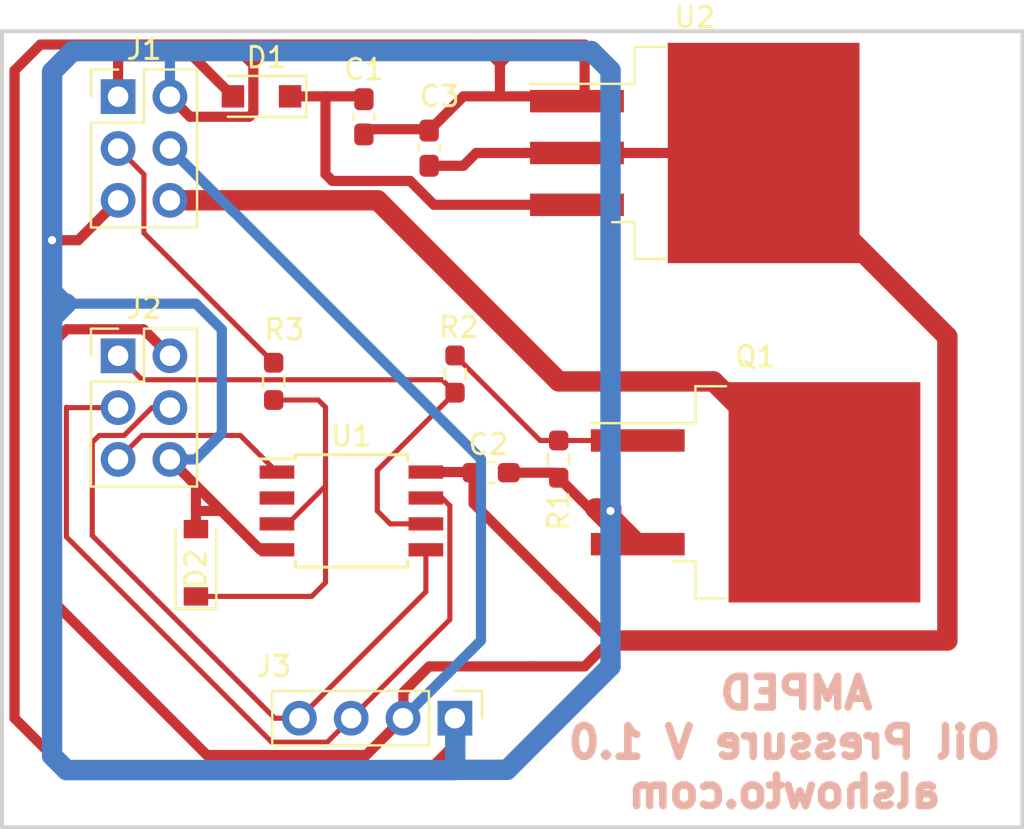
<source format=kicad_pcb>
(kicad_pcb (version 20211014) (generator pcbnew)
  (layers (0 "F.Cu" signal) (31 "B.Cu" signal) (34 "B.Paste" user) (35 "F.Paste" user) (36 "B.SilkS" user "B.Silkscreen") (37 "F.SilkS" user "F.Silkscreen") (38 "B.Mask" user) (39 "F.Mask" user) (44 "Edge.Cuts" user))
  (net 0 "")
  (net 1 "GND")
  (net 3 "Net-(C2-Pad1)")
  (net 4 "Net-(R1-Pad1)")
  (net 5 "Net-(D1-Pad2)")
  (net 6 "Net-(J3-Pad4)")
  (net 7 "Net-(J3-Pad3)")
  (net 8 "Net-(R2-Pad1)")
  (net 9 "Net-(J1-Pad3)")
  (net 10 "Net-(J2-Pad5)")
  (net 11 "Net-(D1-Pad1)")
  (net 12 "Net-(U1-Pad3)")
  (net 13 "Net-(J1-Pad6)")
  (footprint "Capacitor_SMD:C_0603_1608Metric_Pad1.08x0.95mm_HandSolder" (layer "F.Cu") (at 33.02 17.78 90)
    (fp_text reference "C3" (at 2.54 0.51) (layer "F.SilkS"))
    (fp_text value "10uF")
    (fp_line (start -0.146267 -0.51) (end 0.146267 -0.51) (layer "F.SilkS") (width 0.12))
    (fp_line (start -0.146267 0.51) (end 0.146267 0.51) (layer "F.SilkS") (width 0.12))
    (pad "1" smd roundrect (at -0.8625 0 90) (size 1.075 0.95) (layers "F.Cu" "F.Paste" "F.Mask") (net 3 "Net-(C2-Pad1)"))
    (pad "2" smd roundrect (at 0.8625 0 90) (size 1.075 0.95) (layers "F.Cu" "F.Paste" "F.Mask") (net 1 "GND"))
  )
  (footprint "Package_TO_SOT_SMD:TO-263-2" (layer "F.Cu") (at 49.020701 34.647932)
    (fp_text reference "Q1" (at 0 -6.65) (layer "F.SilkS"))
    (fp_text value "PHB21N06LT,118")
    (fp_line (start -2.95 3.39) (end -4.05 3.39) (layer "F.SilkS") (width 0.12))
    (fp_line (start -2.95 -5.2) (end -2.95 -3.39) (layer "F.SilkS") (width 0.12))
    (fp_line (start -1.45 -5.2) (end -2.95 -5.2) (layer "F.SilkS") (width 0.12))
    (fp_line (start -2.95 5.2) (end -2.95 3.39) (layer "F.SilkS") (width 0.12))
    (fp_line (start -1.45 5.2) (end -2.95 5.2) (layer "F.SilkS") (width 0.12))
    (fp_line (start -2.95 -3.39) (end -8.075 -3.39) (layer "F.SilkS") (width 0.12))
    (pad "1" smd rect (at -5.775 -2.54) (size 4.6 1.1) (layers "F.Cu" "F.Paste" "F.Mask") (net 4 "Net-(R1-Pad1)"))
    (pad "2" smd rect (at 3.375 0) (size 9.4 10.8) (layers "F.Cu" "F.Mask") (net 13 "Net-(J1-Pad6)"))
    (pad "3" smd rect (at -5.775 2.54) (size 4.6 1.1) (layers "F.Cu" "F.Paste" "F.Mask") (net 1 "GND"))
  )
  (footprint "Package_SO:SOIC-8W_5.3x5.3mm_P1.27mm" (layer "F.Cu") (at 29.21 35.56)
    (fp_text reference "U1" (at 0 -3.68) (layer "F.SilkS"))
    (fp_text value "ATtiny85-20S")
    (fp_line (start -2.75 -2.55) (end -4.5 -2.55) (layer "F.SilkS") (width 0.15))
    (fp_line (start -2.75 2.755) (end 2.75 2.755) (layer "F.SilkS") (width 0.15))
    (fp_line (start 2.75 -2.755) (end 2.75 -2.455) (layer "F.SilkS") (width 0.15))
    (fp_line (start -2.75 2.755) (end -2.75 2.455) (layer "F.SilkS") (width 0.15))
    (fp_line (start -2.75 -2.755) (end 2.75 -2.755) (layer "F.SilkS") (width 0.15))
    (fp_line (start -2.75 -2.755) (end -2.75 -2.55) (layer "F.SilkS") (width 0.15))
    (fp_line (start 2.75 2.755) (end 2.75 2.455) (layer "F.SilkS") (width 0.15))
    (pad "1" smd rect (at -3.65 -1.905) (size 1.7 0.65) (layers "F.Cu" "F.Paste" "F.Mask") (net 10 "Net-(J2-Pad5)"))
    (pad "2" smd rect (at -3.65 -0.635) (size 1.7 0.65) (layers "F.Cu" "F.Paste" "F.Mask"))
    (pad "3" smd rect (at -3.65 0.635) (size 1.7 0.65) (layers "F.Cu" "F.Paste" "F.Mask") (net 12 "Net-(U1-Pad3)"))
    (pad "4" smd rect (at -3.65 1.905) (size 1.7 0.65) (layers "F.Cu" "F.Paste" "F.Mask") (net 1 "GND"))
    (pad "5" smd rect (at 3.65 1.905) (size 1.7 0.65) (layers "F.Cu" "F.Paste" "F.Mask") (net 6 "Net-(J3-Pad4)"))
    (pad "6" smd rect (at 3.65 0.635) (size 1.7 0.65) (layers "F.Cu" "F.Paste" "F.Mask") (net 8 "Net-(R2-Pad1)"))
    (pad "7" smd rect (at 3.65 -0.635) (size 1.7 0.65) (layers "F.Cu" "F.Paste" "F.Mask") (net 7 "Net-(J3-Pad3)"))
    (pad "8" smd rect (at 3.65 -1.905) (size 1.7 0.65) (layers "F.Cu" "F.Paste" "F.Mask") (net 3 "Net-(C2-Pad1)"))
  )
  (footprint "Capacitor_SMD:C_0603_1608Metric_Pad1.08x0.95mm_HandSolder" (layer "F.Cu") (at 29.822425 16.242103 -90)
    (fp_text reference "C1" (at -2.321605 -0.001244) (layer "F.SilkS"))
    (fp_text value "10uF")
    (fp_line (start -0.146267 0.51) (end 0.146267 0.51) (layer "F.SilkS") (width 0.12))
    (fp_line (start -0.146267 -0.51) (end 0.146267 -0.51) (layer "F.SilkS") (width 0.12))
    (pad "1" smd roundrect (at -0.8625 0 270) (size 1.075 0.95) (layers "F.Cu" "F.Paste" "F.Mask") (net 11 "Net-(D1-Pad1)"))
    (pad "2" smd roundrect (at 0.8625 0 270) (size 1.075 0.95) (layers "F.Cu" "F.Paste" "F.Mask") (net 1 "GND"))
  )
  (footprint "Resistor_SMD:R_0603_1608Metric_Pad0.98x0.95mm_HandSolder" (layer "F.Cu") (at 39.37 33.02 -90)
    (fp_text reference "R1" (at 2.54 0 90) (layer "F.SilkS"))
    (fp_text value "10M")
    (fp_line (start -0.254724 -0.5225) (end 0.254724 -0.5225) (layer "F.SilkS") (width 0.12))
    (fp_line (start -0.254724 0.5225) (end 0.254724 0.5225) (layer "F.SilkS") (width 0.12))
    (pad "1" smd roundrect (at -0.9125 0 270) (size 0.975 0.95) (layers "F.Cu" "F.Paste" "F.Mask") (net 4 "Net-(R1-Pad1)"))
    (pad "2" smd roundrect (at 0.9125 0 270) (size 0.975 0.95) (layers "F.Cu" "F.Paste" "F.Mask") (net 1 "GND"))
  )
  (footprint "Resistor_SMD:R_0603_1608Metric_Pad0.98x0.95mm_HandSolder" (layer "F.Cu") (at 34.29 28.8525 90)
    (fp_text reference "R2" (at 2.298723 0.185778 180) (layer "F.SilkS"))
    (fp_text value "1k")
    (fp_line (start -0.254724 -0.5225) (end 0.254724 -0.5225) (layer "F.SilkS") (width 0.12))
    (fp_line (start -0.254724 0.5225) (end 0.254724 0.5225) (layer "F.SilkS") (width 0.12))
    (pad "1" smd roundrect (at -0.9125 0 90) (size 0.975 0.95) (layers "F.Cu" "F.Paste" "F.Mask") (net 8 "Net-(R2-Pad1)"))
    (pad "2" smd roundrect (at 0.9125 0 90) (size 0.975 0.95) (layers "F.Cu" "F.Paste" "F.Mask") (net 4 "Net-(R1-Pad1)"))
  )
  (footprint "Package_TO_SOT_SMD:TO-263-3_TabPin2" (layer "F.Cu") (at 46.04 18.015)
    (fp_text reference "U2" (at 0 -6.65) (layer "F.SilkS"))
    (fp_text value "LM1085-5.0")
    (fp_line (start -2.95 -5.2) (end -2.95 -3.39) (layer "F.SilkS") (width 0.12))
    (fp_line (start -1.45 -5.2) (end -2.95 -5.2) (layer "F.SilkS") (width 0.12))
    (fp_line (start -2.95 5.2) (end -2.95 3.39) (layer "F.SilkS") (width 0.12))
    (fp_line (start -2.95 -3.39) (end -8.075 -3.39) (layer "F.SilkS") (width 0.12))
    (fp_line (start -2.95 3.39) (end -4.05 3.39) (layer "F.SilkS") (width 0.12))
    (fp_line (start -1.45 5.2) (end -2.95 5.2) (layer "F.SilkS") (width 0.12))
    (pad "1" smd rect (at -5.775 -2.54) (size 4.6 1.1) (layers "F.Cu" "F.Paste" "F.Mask") (net 1 "GND"))
    (pad "2" smd rect (at -5.775 0) (size 4.6 1.1) (layers "F.Cu" "F.Paste" "F.Mask") (net 3 "Net-(C2-Pad1)"))
    (pad "2" smd rect (at 3.375 0) (size 9.4 10.8) (layers "F.Cu" "F.Mask") (net 3 "Net-(C2-Pad1)"))
    (pad "3" smd rect (at -5.775 2.54) (size 4.6 1.1) (layers "F.Cu" "F.Paste" "F.Mask") (net 11 "Net-(D1-Pad1)"))
  )
  (footprint "Diode_SMD:D_SOD-123" (layer "F.Cu") (at 21.59 38.1 90)
    (fp_text reference "D2" (at -0.3 0 90) (layer "F.SilkS"))
    (fp_text value "5.1 v")
    (fp_line (start -2.25 -1) (end -2.25 1) (layer "F.SilkS") (width 0.12))
    (fp_line (start -2.25 1) (end 1.65 1) (layer "F.SilkS") (width 0.12))
    (fp_line (start -2.25 -1) (end 1.65 -1) (layer "F.SilkS") (width 0.12))
    (pad "1" smd rect (at -1.65 0 90) (size 0.9 1.2) (layers "F.Cu" "F.Paste" "F.Mask") (net 12 "Net-(U1-Pad3)"))
    (pad "2" smd rect (at 1.65 0 90) (size 0.9 1.2) (layers "F.Cu" "F.Paste" "F.Mask") (net 1 "GND"))
  )
  (footprint "Resistor_SMD:R_0603_1608Metric_Pad0.98x0.95mm_HandSolder" (layer "F.Cu") (at 25.4 29.21 -90)
    (fp_text reference "R3" (at -2.54 -0.5225 180) (layer "F.SilkS"))
    (fp_text value "1k")
    (fp_line (start -0.254724 -0.5225) (end 0.254724 -0.5225) (layer "F.SilkS") (width 0.12))
    (fp_line (start -0.254724 0.5225) (end 0.254724 0.5225) (layer "F.SilkS") (width 0.12))
    (pad "1" smd roundrect (at -0.9125 0 270) (size 0.975 0.95) (layers "F.Cu" "F.Paste" "F.Mask") (net 9 "Net-(J1-Pad3)"))
    (pad "2" smd roundrect (at 0.9125 0 270) (size 0.975 0.95) (layers "F.Cu" "F.Paste" "F.Mask") (net 12 "Net-(U1-Pad3)"))
  )
  (footprint "Capacitor_SMD:C_0603_1608Metric_Pad1.08x0.95mm_HandSolder" (layer "F.Cu") (at 36.059468 33.685044)
    (fp_text reference "C2" (at -0.138885 -1.388856 180) (layer "F.SilkS"))
    (fp_text value ".1uF")
    (fp_line (start -0.146267 -0.51) (end 0.146267 -0.51) (layer "F.SilkS") (width 0.12))
    (fp_line (start -0.146267 0.51) (end 0.146267 0.51) (layer "F.SilkS") (width 0.12))
    (pad "1" smd roundrect (at -0.8625 0) (size 1.075 0.95) (layers "F.Cu" "F.Paste" "F.Mask") (net 3 "Net-(C2-Pad1)"))
    (pad "2" smd roundrect (at 0.8625 0) (size 1.075 0.95) (layers "F.Cu" "F.Paste" "F.Mask") (net 1 "GND"))
  )
  (footprint "Diode_SMD:D_SOD-123F" (layer "F.Cu") (at 24.803638 15.239999 180)
    (fp_text reference "D1" (at -0.237755 1.902038) (layer "F.SilkS"))
    (fp_text value "1 amp")
    (fp_line (start -2.2 1) (end 1.65 1) (layer "F.SilkS") (width 0.12))
    (fp_line (start -2.2 -1) (end -2.2 1) (layer "F.SilkS") (width 0.12))
    (fp_line (start -2.2 -1) (end 1.65 -1) (layer "F.SilkS") (width 0.12))
    (pad "1" smd rect (at -1.4 0 180) (size 1.1 1.1) (layers "F.Cu" "F.Paste" "F.Mask") (net 11 "Net-(D1-Pad1)"))
    (pad "2" smd rect (at 1.4 0 180) (size 1.1 1.1) (layers "F.Cu" "F.Paste" "F.Mask") (net 5 "Net-(D1-Pad2)"))
  )
  (footprint "Connector_PinHeader_2.54mm:PinHeader_2x03_P2.54mm_Vertical" (layer "F.Cu") (at 17.775 27.955)
    (fp_text reference "J2" (at 1.27 -2.33) (layer "F.SilkS"))
    (fp_text value "ISP Prog")
    (fp_line (start -1.33 6.41) (end 3.87 6.41) (layer "F.SilkS") (width 0.12))
    (fp_line (start -1.33 1.27) (end -1.33 6.41) (layer "F.SilkS") (width 0.12))
    (fp_line (start -1.33 0) (end -1.33 -1.33) (layer "F.SilkS") (width 0.12))
    (fp_line (start -1.33 1.27) (end 1.27 1.27) (layer "F.SilkS") (width 0.12))
    (fp_line (start 3.87 -1.33) (end 3.87 6.41) (layer "F.SilkS") (width 0.12))
    (fp_line (start -1.33 -1.33) (end 0 -1.33) (layer "F.SilkS") (width 0.12))
    (fp_line (start 1.27 1.27) (end 1.27 -1.33) (layer "F.SilkS") (width 0.12))
    (fp_line (start 1.27 -1.33) (end 3.87 -1.33) (layer "F.SilkS") (width 0.12))
    (pad "1" thru_hole rect (at 0 0) (size 1.7 1.7) (drill 1) (layers *.Cu *.Mask) (net 8 "Net-(R2-Pad1)"))
    (pad "2" thru_hole oval (at 2.54 0) (size 1.7 1.7) (drill 1) (layers *.Cu *.Mask) (net 3 "Net-(C2-Pad1)"))
    (pad "3" thru_hole oval (at 0 2.54) (size 1.7 1.7) (drill 1) (layers *.Cu *.Mask) (net 7 "Net-(J3-Pad3)"))
    (pad "4" thru_hole oval (at 2.54 2.54) (size 1.7 1.7) (drill 1) (layers *.Cu *.Mask) (net 6 "Net-(J3-Pad4)"))
    (pad "5" thru_hole oval (at 0 5.08) (size 1.7 1.7) (drill 1) (layers *.Cu *.Mask) (net 10 "Net-(J2-Pad5)"))
    (pad "6" thru_hole oval (at 2.54 5.08) (size 1.7 1.7) (drill 1) (layers *.Cu *.Mask) (net 1 "GND"))
  )
  (footprint "Connector_PinHeader_2.54mm:PinHeader_1x04_P2.54mm_Vertical" (layer "F.Cu") (at 34.28 45.72 -90)
    (fp_text reference "J3" (at -2.54 8.88) (layer "F.SilkS"))
    (fp_text value "LCD  Conn")
    (fp_line (start -1.33 1.27) (end -1.33 8.95) (layer "F.SilkS") (width 0.12))
    (fp_line (start -1.33 8.95) (end 1.33 8.95) (layer "F.SilkS") (width 0.12))
    (fp_line (start 1.33 1.27) (end 1.33 8.95) (layer "F.SilkS") (width 0.12))
    (fp_line (start -1.33 0) (end -1.33 -1.33) (layer "F.SilkS") (width 0.12))
    (fp_line (start -1.33 1.27) (end 1.33 1.27) (layer "F.SilkS") (width 0.12))
    (fp_line (start -1.33 -1.33) (end 0 -1.33) (layer "F.SilkS") (width 0.12))
    (pad "1" thru_hole rect (at 0 0 270) (size 1.7 1.7) (drill 1) (layers *.Cu *.Mask) (net 1 "GND"))
    (pad "2" thru_hole oval (at 0 2.54 270) (size 1.7 1.7) (drill 1) (layers *.Cu *.Mask) (net 3 "Net-(C2-Pad1)"))
    (pad "3" thru_hole oval (at 0 5.08 270) (size 1.7 1.7) (drill 1) (layers *.Cu *.Mask) (net 7 "Net-(J3-Pad3)"))
    (pad "4" thru_hole oval (at 0 7.62 270) (size 1.7 1.7) (drill 1) (layers *.Cu *.Mask) (net 6 "Net-(J3-Pad4)"))
  )
  (footprint "Connector_PinHeader_2.54mm:PinHeader_2x03_P2.54mm_Vertical" (layer "F.Cu") (at 17.775 15.255)
    (fp_text reference "J1" (at 1.27 -2.33) (layer "F.SilkS"))
    (fp_text value "I/O Connector")
    (fp_line (start -1.33 -1.33) (end 0 -1.33) (layer "F.SilkS") (width 0.12))
    (fp_line (start -1.33 0) (end -1.33 -1.33) (layer "F.SilkS") (width 0.12))
    (fp_line (start 1.27 1.27) (end 1.27 -1.33) (layer "F.SilkS") (width 0.12))
    (fp_line (start 3.87 -1.33) (end 3.87 6.41) (layer "F.SilkS") (width 0.12))
    (fp_line (start -1.33 6.41) (end 3.87 6.41) (layer "F.SilkS") (width 0.12))
    (fp_line (start 1.27 -1.33) (end 3.87 -1.33) (layer "F.SilkS") (width 0.12))
    (fp_line (start -1.33 1.27) (end -1.33 6.41) (layer "F.SilkS") (width 0.12))
    (fp_line (start -1.33 1.27) (end 1.27 1.27) (layer "F.SilkS") (width 0.12))
    (pad "1" thru_hole rect (at 0 0) (size 1.7 1.7) (drill 1) (layers *.Cu *.Mask) (net 5 "Net-(D1-Pad2)"))
    (pad "2" thru_hole oval (at 2.54 0) (size 1.7 1.7) (drill 1) (layers *.Cu *.Mask) (net 1 "GND"))
    (pad "3" thru_hole oval (at 0 2.54) (size 1.7 1.7) (drill 1) (layers *.Cu *.Mask) (net 9 "Net-(J1-Pad3)"))
    (pad "4" thru_hole oval (at 2.54 2.54) (size 1.7 1.7) (drill 1) (layers *.Cu *.Mask) (net 3 "Net-(C2-Pad1)"))
    (pad "5" thru_hole oval (at 0 5.08) (size 1.7 1.7) (drill 1) (layers *.Cu *.Mask) (net 1 "GND"))
    (pad "6" thru_hole oval (at 2.54 5.08) (size 1.7 1.7) (drill 1) (layers *.Cu *.Mask) (net 13 "Net-(J1-Pad6)"))
  )
  (gr_rect (start 12.086015 12.047683) (end 62.097855 51.062944) (layer "Edge.Cuts") (width 0.2) (fill none))
  (gr_text "AMPED \nOil Pressure V 1.0\nalshowto.com" (at 50.438937 46.908533) (layer "B.SilkS") (effects (font (size 1.5 1.5) (thickness 0.375)) (justify mirror)))
  (segment (start 25.4 12.7) (end 35.56 12.7) (width 0.5) (layer "F.Cu") (net 1))
  (segment (start 13.97 12.7) (end 15.24 12.7) (width 0.5) (layer "F.Cu") (net 1))
  (segment (start 41.91 35.474967) (end 41.945461 35.439506) (width 0.5) (layer "F.Cu") (net 1))
  (segment (start 41.945461 35.439506) (end 41.167994 35.439506) (width 1) (layer "F.Cu") (net 1))
  (segment (start 41.945461 35.887692) (end 43.245701 37.187932) (width 1) (layer "F.Cu") (net 1))
  (segment (start 21.59 36.45) (end 21.59 35.56) (width 0.5) (layer "F.Cu") (net 1))
  (segment (start 22.85 35.57) (end 24.745 37.465) (width 0.5) (layer "F.Cu") (net 1))
  (segment (start 12.7 13.97) (end 13.97 12.7) (width 0.5) (layer "F.Cu") (net 1))
  (segment (start 12.7 45.72) (end 12.7 13.97) (width 0.5) (layer "F.Cu") (net 1))
  (segment (start 35.56 12.7) (end 38.1 12.7) (width 0.5) (layer "F.Cu") (net 1))
  (segment (start 15.820481 22.289519) (end 17.775 20.335) (width 0.5) (layer "F.Cu") (net 1))
  (segment (start 40.64 12.7) (end 40.64 15.24) (width 0.5) (layer "F.Cu") (net 1))
  (segment (start 21.59 35.56) (end 22.84 35.56) (width 0.5) (layer "F.Cu") (net 1))
  (segment (start 36.49 13.63) (end 36.49 15.24) (width 0.5) (layer "F.Cu") (net 1))
  (segment (start 24.204617 16.23951) (end 24.403149 16.040978) (width 0.5) (layer "F.Cu") (net 1))
  (segment (start 40.877006 35.439506) (end 41.167994 35.439506) (width 0.25) (layer "F.Cu") (net 1))
  (segment (start 29.677612 17.239999) (end 30.066093 16.851518) (width 0.5) (layer "F.Cu") (net 1))
  (segment (start 21.29951 16.23951) (end 24.204617 16.23951) (width 0.5) (layer "F.Cu") (net 1))
  (segment (start 36.921968 33.685044) (end 39.122544 33.685044) (width 0.5) (layer "F.Cu") (net 1))
  (segment (start 24.745 37.465) (end 25.56 37.465) (width 0.25) (layer "F.Cu") (net 1))
  (segment (start 38.1 12.7) (end 40.64 12.7) (width 0.5) (layer "F.Cu") (net 1))
  (segment (start 22.84 35.56) (end 22.85 35.57) (width 0.5) (layer "F.Cu") (net 1))
  (segment (start 34.3 45.72) (end 34.3 46.98) (width 0.5) (layer "F.Cu") (net 1))
  (segment (start 24.403149 16.040978) (end 24.403149 13.696851) (width 0.5) (layer "F.Cu") (net 1))
  (segment (start 33.02 48.26) (end 15.24 48.26) (width 0.5) (layer "F.Cu") (net 1))
  (segment (start 15.24 12.7) (end 22.86 12.7) (width 0.5) (layer "F.Cu") (net 1))
  (segment (start 34.3 46.98) (end 33.02 48.26) (width 0.5) (layer "F.Cu") (net 1))
  (segment (start 33.02 16.9175) (end 32.6975 17.24) (width 0.25) (layer "F.Cu") (net 1))
  (segment (start 34.6975 15.24) (end 36.49 15.24) (width 0.5) (layer "F.Cu") (net 1))
  (segment (start 14.540481 22.289519) (end 15.820481 22.289519) (width 0.5) (layer "F.Cu") (net 1))
  (segment (start 42.91642 37.187932) (end 41.167994 35.439506) (width 1) (layer "F.Cu") (net 1))
  (segment (start 21.59 34.31) (end 20.315 33.035) (width 0.25) (layer "F.Cu") (net 1))
  (segment (start 36.49 15.24) (end 40.64 15.24) (width 0.5) (layer "F.Cu") (net 1))
  (segment (start 24.403149 13.696851) (end 25.4 12.7) (width 0.5) (layer "F.Cu") (net 1))
  (segment (start 43.245701 37.187932) (end 42.91642 37.187932) (width 1) (layer "F.Cu") (net 1))
  (segment (start 23.406298 12.7) (end 22.86 12.7) (width 0.5) (layer "F.Cu") (net 1))
  (segment (start 39.122544 33.685044) (end 39.37 33.9325) (width 0.25) (layer "F.Cu") (net 1))
  (segment (start 36.49 13.63) (end 37.42 12.7) (width 0.5) (layer "F.Cu") (net 1))
  (segment (start 20.315 15.255) (end 21.29951 16.23951) (width 0.5) (layer "F.Cu") (net 1))
  (segment (start 33.02 16.9175) (end 34.6975 15.24) (width 0.5) (layer "F.Cu") (net 1))
  (segment (start 32.954018 16.851518) (end 33.02 16.9175) (width 0.5) (layer "F.Cu") (net 1))
  (segment (start 20.315 33.035) (end 22.85 35.57) (width 0.5) (layer "F.Cu") (net 1))
  (segment (start 39.37 33.9325) (end 40.877006 35.439506) (width 0.5) (layer "F.Cu") (net 1))
  (segment (start 24.403149 13.696851) (end 23.406298 12.7) (width 0.5) (layer "F.Cu") (net 1))
  (segment (start 37.42 12.7) (end 38.1 12.7) (width 0.5) (layer "F.Cu") (net 1))
  (segment (start 41.945461 35.439506) (end 41.945461 35.887692) (width 1) (layer "F.Cu") (net 1))
  (segment (start 30.066093 16.851518) (end 32.954018 16.851518) (width 0.5) (layer "F.Cu") (net 1))
  (segment (start 15.24 48.26) (end 12.7 45.72) (width 0.5) (layer "F.Cu") (net 1))
  (segment (start 21.59 35.56) (end 21.59 34.31) (width 0.5) (layer "F.Cu") (net 1))
  (segment (start 22.86 12.7) (end 25.4 12.7) (width 0.5) (layer "F.Cu") (net 1))
  (segment (start 41.91 35.56) (end 41.91 35.474967) (width 0.5) (layer "F.Cu") (net 1))
  (segment (start 35.56 12.7) (end 36.49 13.63) (width 0.5) (layer "F.Cu") (net 1))
  (via (at 41.91 35.56) (size 0.8) (drill 0.4) (layers "F.Cu" "B.Cu") (net 1))
  (via (at 14.540481 22.289519) (size 0.8) (drill 0.4) (layers "F.Cu" "B.Cu") (net 1))
  (segment (start 14.540481 22.289519) (end 14.540481 14.034519) (width 1) (layer "B.Cu") (net 1))
  (segment (start 20.315 12.986845) (end 20.310198 12.982043) (width 0.5) (layer "B.Cu") (net 1))
  (segment (start 34.3 45.72) (end 34.3 48.25) (width 1) (layer "B.Cu") (net 1))
  (segment (start 41.91 13.97) (end 41.91 35.56) (width 1) (layer "B.Cu") (net 1))
  (segment (start 41.91 35.56) (end 41.91 43.18) (width 1) (layer "B.Cu") (net 1))
  (segment (start 40.96048 13.02048) (end 41.91 13.97) (width 1) (layer "B.Cu") (net 1))
  (segment (start 22.86 31.75) (end 22.86 26.67) (width 0.5) (layer "B.Cu") (net 1))
  (segment (start 22.86 26.67) (end 21.59 25.4) (width 0.5) (layer "B.Cu") (net 1))
  (segment (start 14.540481 47.560481) (end 14.540481 26.099519) (width 1) (layer "B.Cu") (net 1))
  (segment (start 41.711025 30.281025) (end 41.91 30.48) (width 0.25) (layer "B.Cu") (net 1))
  (segment (start 14.540481 26.099519) (end 14.540481 24.829519) (width 1) (layer "B.Cu") (net 1))
  (segment (start 14.540481 14.034519) (end 15.55452 13.02048) (width 1) (layer "B.Cu") (net 1))
  (segment (start 20.315 33.035) (end 21.575 33.035) (width 0.5) (layer "B.Cu") (net 1))
  (segment (start 15.24 48.26) (end 14.540481 47.560481) (width 1) (layer "B.Cu") (net 1))
  (segment (start 34.29 48.26) (end 15.24 48.26) (width 1) (layer "B.Cu") (net 1))
  (segment (start 14.540481 24.829519) (end 14.540481 22.289519) (width 1) (layer "B.Cu") (net 1))
  (segment (start 41.91 43.18) (end 36.84 48.25) (width 1) (layer "B.Cu") (net 1))
  (segment (start 15.55452 13.02048) (end 40.96048 13.02048) (width 1) (layer "B.Cu") (net 1))
  (segment (start 20.315 15.255) (end 20.315 12.986845) (width 0.5) (layer "B.Cu") (net 1))
  (segment (start 36.84 48.25) (end 34.3 48.25) (width 1) (layer "B.Cu") (net 1))
  (segment (start 21.59 25.4) (end 15.24 25.4) (width 0.5) (layer "B.Cu") (net 1))
  (segment (start 15.24 25.4) (end 14.540481 26.099519) (width 1) (layer "B.Cu") (net 1))
  (segment (start 20.315 12.695) (end 20.269719 12.649719) (width 0.25) (layer "B.Cu") (net 1))
  (segment (start 21.575 33.035) (end 22.86 31.75) (width 0.5) (layer "B.Cu") (net 1))
  (segment (start 34.3 48.25) (end 34.29 48.26) (width 0.5) (layer "B.Cu") (net 1))
  (segment (start 15.110962 25.4) (end 14.540481 24.829519) (width 1) (layer "B.Cu") (net 1))
  (segment (start 34.6975 18.6425) (end 35.325 18.015) (width 0.5) (layer "F.Cu") (net 3))
  (segment (start 22.125537 47.525537) (end 29.934463 47.525537) (width 0.5) (layer "F.Cu") (net 3))
  (segment (start 39.36 39.38) (end 39.19 39.21) (width 0.5) (layer "F.Cu") (net 3))
  (segment (start 14.575933 27.334067) (end 14.575933 39.975933) (width 0.5) (layer "F.Cu") (net 3))
  (segment (start 35.795 18.015) (end 40.265 18.015) (width 0.5) (layer "F.Cu") (net 3))
  (segment (start 31.76 45.72) (end 31.76 44.46) (width 0.5) (layer "F.Cu") (net 3))
  (segment (start 37.725 18.015) (end 46.875 18.015) (width 0.5) (layer "F.Cu") (net 3))
  (segment (start 33.02 18.6425) (end 34.6975 18.6425) (width 0.5) (layer "F.Cu") (net 3))
  (segment (start 40.64 43.18) (end 38.1 43.18) (width 0.5) (layer "F.Cu") (net 3))
  (segment (start 14.575933 39.975933) (end 22.125537 47.525537) (width 0.5) (layer "F.Cu") (net 3))
  (segment (start 35.196968 33.685044) (end 35.196968 35.196968) (width 0.5) (layer "F.Cu") (net 3))
  (segment (start 39.37 39.37) (end 41.91 41.91) (width 0.5) (layer "F.Cu") (net 3))
  (segment (start 31.75 44.45) (end 33.02 43.18) (width 0.5) (layer "F.Cu") (net 3))
  (segment (start 58.42 41.91) (end 58.42 27.02) (width 1) (layer "F.Cu") (net 3))
  (segment (start 41.91 41.91) (end 58.42 41.91) (width 1) (layer "F.Cu") (net 3))
  (segment (start 41.91 41.91) (end 40.64 43.18) (width 0.5) (layer "F.Cu") (net 3))
  (segment (start 20.315 27.955) (end 19.015489 26.655489) (width 0.5) (layer "F.Cu") (net 3))
  (segment (start 15.254511 26.655489) (end 14.575933 27.334067) (width 0.5) (layer "F.Cu") (net 3))
  (segment (start 35.166924 33.655) (end 35.196968 33.685044) (width 0.25) (layer "F.Cu") (net 3))
  (segment (start 35.196968 35.196968) (end 39.37 39.37) (width 0.5) (layer "F.Cu") (net 3))
  (segment (start 29.934463 47.525537) (end 31.74 45.72) (width 0.5) (layer "F.Cu") (net 3))
  (segment (start 58.42 27.02) (end 49.415 18.015) (width 1) (layer "F.Cu") (net 3))
  (segment (start 35.325 18.015) (end 35.795 18.015) (width 0.5) (layer "F.Cu") (net 3))
  (segment (start 32.86 33.655) (end 35.166924 33.655) (width 0.5) (layer "F.Cu") (net 3))
  (segment (start 33.02 43.18) (end 38.1 43.18) (width 0.5) (layer "F.Cu") (net 3))
  (segment (start 31.76 44.46) (end 31.75 44.45) (width 0.25) (layer "F.Cu") (net 3))
  (segment (start 19.015489 26.655489) (end 15.254511 26.655489) (width 0.5) (layer "F.Cu") (net 3))
  (segment (start 35.56 33.02) (end 35.56 41.91) (width 0.5) (layer "B.Cu") (net 3))
  (segment (start 23.454519 20.914519) (end 35.56 33.02) (width 0.5) (layer "B.Cu") (net 3))
  (segment (start 23.434519 20.914519) (end 23.454519 20.914519) (width 0.25) (layer "B.Cu") (net 3))
  (segment (start 20.315 17.795) (end 23.434519 20.914519) (width 0.5) (layer "B.Cu") (net 3))
  (segment (start 35.56 41.91) (end 31.75 45.72) (width 0.5) (layer "B.Cu") (net 3))
  (segment (start 31.75 45.72) (end 31.74 45.72) (width 0.5) (layer "B.Cu") (net 3))
  (segment (start 34.29 27.94) (end 38.4575 32.1075) (width 0.25) (layer "F.Cu") (net 4))
  (segment (start 43.245701 32.107932) (end 39.370432 32.107932) (width 0.25) (layer "F.Cu") (net 4))
  (segment (start 38.4575 32.1075) (end 39.37 32.1075) (width 0.25) (layer "F.Cu") (net 4))
  (segment (start 39.370432 32.107932) (end 39.37 32.1075) (width 0.25) (layer "F.Cu") (net 4))
  (segment (start 21.438159 13.27452) (end 23.403638 15.239999) (width 0.5) (layer "F.Cu") (net 5))
  (segment (start 17.775 13.27952) (end 17.78 13.27452) (width 0.25) (layer "F.Cu") (net 5))
  (segment (start 17.78 13.27452) (end 21.438159 13.27452) (width 0.5) (layer "F.Cu") (net 5))
  (segment (start 17.775 15.255) (end 17.775 13.27952) (width 0.5) (layer "F.Cu") (net 5))
  (segment (start 18.070521 31.860489) (end 16.849031 31.860489) (width 0.25) (layer "F.Cu") (net 6))
  (segment (start 32.86 37.465) (end 32.86 39.52) (width 0.25) (layer "F.Cu") (net 6))
  (segment (start 25.457919 45.72) (end 26.66 45.72) (width 0.25) (layer "F.Cu") (net 6))
  (segment (start 16.51 32.19952) (end 16.51 36.772081) (width 0.25) (layer "F.Cu") (net 6))
  (segment (start 19.43601 30.495) (end 18.070521 31.860489) (width 0.25) (layer "F.Cu") (net 6))
  (segment (start 20.315 30.495) (end 19.43601 30.495) (width 0.25) (layer "F.Cu") (net 6))
  (segment (start 16.849031 31.860489) (end 16.51 32.19952) (width 0.25) (layer "F.Cu") (net 6))
  (segment (start 16.51 36.772081) (end 25.457919 45.72) (width 0.25) (layer "F.Cu") (net 6))
  (segment (start 32.86 39.52) (end 26.66 45.72) (width 0.25) (layer "F.Cu") (net 6))
  (segment (start 28.025489 46.894511) (end 29.2 45.72) (width 0.25) (layer "F.Cu") (net 7))
  (segment (start 15.24 36.83) (end 25.304511 46.894511) (width 0.25) (layer "F.Cu") (net 7))
  (segment (start 25.304511 46.894511) (end 28.025489 46.894511) (width 0.25) (layer "F.Cu") (net 7))
  (segment (start 34.034511 40.885489) (end 29.2 45.72) (width 0.25) (layer "F.Cu") (net 7))
  (segment (start 15.255 30.495) (end 15.24 30.48) (width 0.25) (layer "F.Cu") (net 7))
  (segment (start 34.034511 35.304511) (end 34.034511 40.885489) (width 0.25) (layer "F.Cu") (net 7))
  (segment (start 15.24 30.48) (end 15.24 36.83) (width 0.25) (layer "F.Cu") (net 7))
  (segment (start 33.655 34.925) (end 34.034511 35.304511) (width 0.25) (layer "F.Cu") (net 7))
  (segment (start 17.775 30.495) (end 15.255 30.495) (width 0.25) (layer "F.Cu") (net 7))
  (segment (start 32.86 34.925) (end 33.655 34.925) (width 0.25) (layer "F.Cu") (net 7))
  (segment (start 33.654511 29.129511) (end 34.29 29.765) (width 0.25) (layer "F.Cu") (net 8))
  (segment (start 17.775 27.955) (end 18.949511 29.129511) (width 0.25) (layer "F.Cu") (net 8))
  (segment (start 34.29 29.765) (end 30.48 33.575) (width 0.25) (layer "F.Cu") (net 8))
  (segment (start 18.949511 29.129511) (end 33.654511 29.129511) (width 0.25) (layer "F.Cu") (net 8))
  (segment (start 31.115 36.195) (end 32.86 36.195) (width 0.25) (layer "F.Cu") (net 8))
  (segment (start 30.48 35.56) (end 31.115 36.195) (width 0.25) (layer "F.Cu") (net 8))
  (segment (start 30.48 33.575) (end 30.48 35.56) (width 0.25) (layer "F.Cu") (net 8))
  (segment (start 19.04 21.9375) (end 19.04 19.06) (width 0.25) (layer "F.Cu") (net 9))
  (segment (start 17.775 17.795) (end 19.05 19.07) (width 0.25) (layer "F.Cu") (net 9))
  (segment (start 25.4 28.2975) (end 19.04 21.9375) (width 0.25) (layer "F.Cu") (net 9))
  (segment (start 23.765489 31.860489) (end 25.56 33.655) (width 0.25) (layer "F.Cu") (net 10))
  (segment (start 18.949511 31.860489) (end 23.765489 31.860489) (width 0.25) (layer "F.Cu") (net 10))
  (segment (start 17.775 33.035) (end 18.949511 31.860489) (width 0.25) (layer "F.Cu") (net 10))
  (segment (start 32.08548 19.38548) (end 33.255 20.555) (width 0.5) (layer "F.Cu") (net 11))
  (segment (start 27.940001 15.239999) (end 27.940001 19.050001) (width 0.5) (layer "F.Cu") (net 11))
  (segment (start 27.940001 19.050001) (end 28.27548 19.38548) (width 0.5) (layer "F.Cu") (net 11))
  (segment (start 26.203638 15.239999) (end 27.940001 15.239999) (width 0.5) (layer "F.Cu") (net 11))
  (segment (start 28.27548 19.38548) (end 32.08548 19.38548) (width 0.5) (layer "F.Cu") (net 11))
  (segment (start 27.940001 15.239999) (end 29.677612 15.239999) (width 0.5) (layer "F.Cu") (net 11))
  (segment (start 33.255 20.555) (end 40.265 20.555) (width 0.5) (layer "F.Cu") (net 11))
  (segment (start 26.085 36.195) (end 27.94 34.34) (width 0.25) (layer "F.Cu") (net 12))
  (segment (start 27.94 34.34) (end 27.94 39.072255) (width 0.25) (layer "F.Cu") (net 12))
  (segment (start 25.56 36.195) (end 26.085 36.195) (width 0.25) (layer "F.Cu") (net 12))
  (segment (start 27.94 34.34) (end 27.94 30.48) (width 0.25) (layer "F.Cu") (net 12))
  (segment (start 21.59 39.75) (end 27.262255 39.75) (width 0.25) (layer "F.Cu") (net 12))
  (segment (start 27.5825 30.1225) (end 25.4 30.1225) (width 0.25) (layer "F.Cu") (net 12))
  (segment (start 27.94 30.48) (end 27.5825 30.1225) (width 0.25) (layer "F.Cu") (net 12))
  (segment (start 27.94 39.072255) (end 27.262255 39.75) (width 0.25) (layer "F.Cu") (net 12))
  (segment (start 46.957769 29.21) (end 52.395701 34.647932) (width 1) (layer "F.Cu") (net 13))
  (segment (start 49.284723 34.647932) (end 52.395701 34.647932) (width 0.25) (layer "F.Cu") (net 13))
  (segment (start 20.315 20.335) (end 30.495 20.335) (width 1) (layer "F.Cu") (net 13))
  (segment (start 49.284723 32.774723) (end 49.284723 34.647932) (width 0.5) (layer "F.Cu") (net 13))
  (segment (start 39.37 29.21) (end 46.957769 29.21) (width 1) (layer "F.Cu") (net 13))
  (segment (start 30.495 20.335) (end 39.37 29.21) (width 1) (layer "F.Cu") (net 13))
)
</source>
